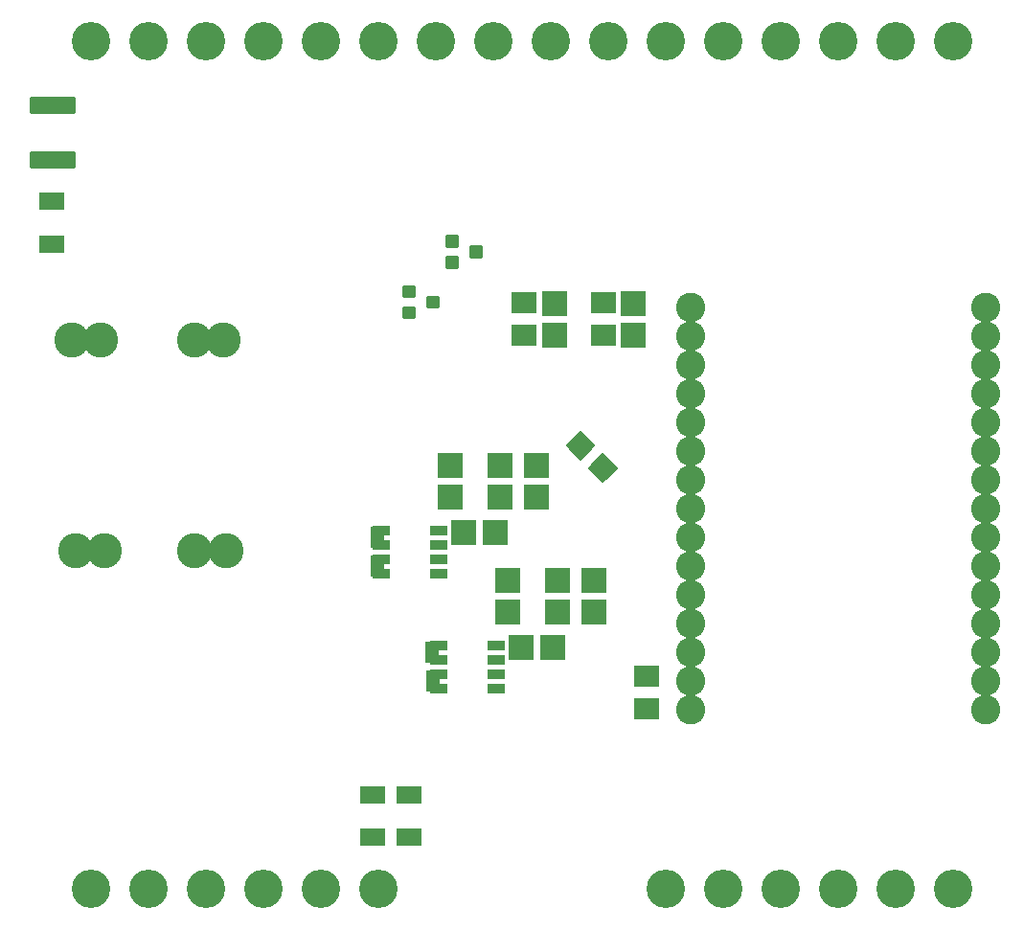
<source format=gbr>
%FSLAX34Y34*%
%MOMM*%
%LNSOLDERMASK_BOTTOM*%
G71*
G01*
%ADD10C, 3.40*%
%ADD11C, 3.10*%
%ADD12R, 1.57X0.95*%
%ADD13R, 1.30X1.90*%
%ADD14C, 0.30*%
%ADD15R, 2.30X1.60*%
%ADD16R, 2.30X1.90*%
%ADD17C, 2.60*%
%LPD*%
X166300Y-102800D02*
G54D10*
D03*
X217100Y-102800D02*
G54D10*
D03*
X267900Y-102800D02*
G54D10*
D03*
X318700Y-102800D02*
G54D10*
D03*
X369500Y-102800D02*
G54D10*
D03*
X420300Y-102800D02*
G54D10*
D03*
X282590Y-366872D02*
G54D11*
D03*
X174640Y-366872D02*
G54D11*
D03*
X257195Y-553560D02*
G54D11*
D03*
X152420Y-553560D02*
G54D11*
D03*
X257195Y-366870D02*
G54D11*
D03*
X149245Y-366870D02*
G54D11*
D03*
X285770Y-553560D02*
G54D11*
D03*
X177820Y-553560D02*
G54D11*
D03*
X471100Y-102800D02*
G54D10*
D03*
X521900Y-102800D02*
G54D10*
D03*
X572700Y-102800D02*
G54D10*
D03*
X623500Y-102800D02*
G54D10*
D03*
X674300Y-102800D02*
G54D10*
D03*
X725100Y-102800D02*
G54D10*
D03*
X775900Y-102800D02*
G54D10*
D03*
X826700Y-102800D02*
G54D10*
D03*
X877500Y-102800D02*
G54D10*
D03*
X928300Y-102800D02*
G54D10*
D03*
X166300Y-852100D02*
G54D10*
D03*
X217100Y-852100D02*
G54D10*
D03*
X267900Y-852100D02*
G54D10*
D03*
X318700Y-852100D02*
G54D10*
D03*
X369500Y-852100D02*
G54D10*
D03*
X420300Y-852100D02*
G54D10*
D03*
X674300Y-852100D02*
G54D10*
D03*
X725100Y-852100D02*
G54D10*
D03*
X775900Y-852100D02*
G54D10*
D03*
X826700Y-852100D02*
G54D10*
D03*
X877500Y-852100D02*
G54D10*
D03*
X928300Y-852100D02*
G54D10*
D03*
X523925Y-675389D02*
G54D12*
D03*
X523925Y-662689D02*
G54D12*
D03*
X523925Y-649989D02*
G54D12*
D03*
X523925Y-637289D02*
G54D12*
D03*
X473125Y-637289D02*
G54D12*
D03*
X473125Y-649989D02*
G54D12*
D03*
X473125Y-662689D02*
G54D12*
D03*
X473125Y-675389D02*
G54D12*
D03*
X468399Y-668404D02*
G54D13*
D03*
X467493Y-643004D02*
G54D13*
D03*
X473125Y-573789D02*
G54D12*
D03*
X473125Y-561089D02*
G54D12*
D03*
X473125Y-548389D02*
G54D12*
D03*
X473125Y-535689D02*
G54D12*
D03*
X422325Y-535689D02*
G54D12*
D03*
X422325Y-548389D02*
G54D12*
D03*
X422325Y-561089D02*
G54D12*
D03*
X422325Y-573789D02*
G54D12*
D03*
X418956Y-541856D02*
G54D13*
D03*
G36*
X113741Y-213887D02*
X113741Y-201887D01*
X150741Y-201887D01*
X150741Y-213887D01*
X113741Y-213887D01*
G37*
G54D14*
X113741Y-213887D02*
X113741Y-201887D01*
X150741Y-201887D01*
X150741Y-213887D01*
X113741Y-213887D01*
G36*
X113741Y-165887D02*
X113741Y-153887D01*
X150741Y-153887D01*
X150741Y-165887D01*
X113741Y-165887D01*
G37*
G54D14*
X113741Y-165887D02*
X113741Y-153887D01*
X150741Y-153887D01*
X150741Y-165887D01*
X113741Y-165887D01*
G36*
X480850Y-275750D02*
X489850Y-275750D01*
X489850Y-283750D01*
X480850Y-283750D01*
X480850Y-275750D01*
G37*
G54D14*
X480850Y-275750D02*
X489850Y-275750D01*
X489850Y-283750D01*
X480850Y-283750D01*
X480850Y-275750D01*
G36*
X480850Y-294750D02*
X489850Y-294750D01*
X489850Y-302750D01*
X480850Y-302750D01*
X480850Y-294750D01*
G37*
G54D14*
X480850Y-294750D02*
X489850Y-294750D01*
X489850Y-302750D01*
X480850Y-302750D01*
X480850Y-294750D01*
G36*
X501850Y-285250D02*
X510850Y-285250D01*
X510850Y-293250D01*
X501850Y-293250D01*
X501850Y-285250D01*
G37*
G54D14*
X501850Y-285250D02*
X510850Y-285250D01*
X510850Y-293250D01*
X501850Y-293250D01*
X501850Y-285250D01*
G36*
X442750Y-320200D02*
X451750Y-320200D01*
X451750Y-328200D01*
X442750Y-328200D01*
X442750Y-320200D01*
G37*
G54D14*
X442750Y-320200D02*
X451750Y-320200D01*
X451750Y-328200D01*
X442750Y-328200D01*
X442750Y-320200D01*
G36*
X442750Y-339200D02*
X451750Y-339200D01*
X451750Y-347200D01*
X442750Y-347200D01*
X442750Y-339200D01*
G37*
G54D14*
X442750Y-339200D02*
X451750Y-339200D01*
X451750Y-347200D01*
X442750Y-347200D01*
X442750Y-339200D01*
G36*
X463750Y-329700D02*
X472750Y-329700D01*
X472750Y-337700D01*
X463750Y-337700D01*
X463750Y-329700D01*
G37*
G54D14*
X463750Y-329700D02*
X472750Y-329700D01*
X472750Y-337700D01*
X463750Y-337700D01*
X463750Y-329700D01*
X131311Y-282179D02*
G54D15*
D03*
X131211Y-244579D02*
G54D15*
D03*
X415262Y-806604D02*
G54D15*
D03*
X415162Y-769004D02*
G54D15*
D03*
X447012Y-806604D02*
G54D15*
D03*
X446911Y-769004D02*
G54D15*
D03*
G36*
X618644Y-491561D02*
X607331Y-480247D01*
X618645Y-468934D01*
X629958Y-480248D01*
X618644Y-491561D01*
G37*
G54D14*
X618644Y-491561D02*
X607331Y-480247D01*
X618645Y-468934D01*
X629958Y-480248D01*
X618644Y-491561D01*
G36*
X598846Y-471762D02*
X587532Y-460448D01*
X598846Y-449135D01*
X610159Y-460448D01*
X598846Y-471762D01*
G37*
G54D14*
X598846Y-471762D02*
X587532Y-460448D01*
X598846Y-449135D01*
X610159Y-460448D01*
X598846Y-471762D01*
G36*
X548566Y-494834D02*
X570566Y-494834D01*
X570566Y-516834D01*
X548566Y-516834D01*
X548566Y-494834D01*
G37*
G36*
X548566Y-466834D02*
X570566Y-466834D01*
X570566Y-488834D01*
X548566Y-488834D01*
X548566Y-466834D01*
G37*
G36*
X516816Y-494834D02*
X538816Y-494834D01*
X538816Y-516834D01*
X516816Y-516834D01*
X516816Y-494834D01*
G37*
G36*
X516816Y-466834D02*
X538816Y-466834D01*
X538816Y-488834D01*
X516816Y-488834D01*
X516816Y-466834D01*
G37*
G36*
X472366Y-494834D02*
X494366Y-494834D01*
X494366Y-516834D01*
X472366Y-516834D01*
X472366Y-494834D01*
G37*
G36*
X472366Y-466834D02*
X494366Y-466834D01*
X494366Y-488834D01*
X472366Y-488834D01*
X472366Y-466834D01*
G37*
G36*
X484478Y-526652D02*
X506478Y-526652D01*
X506478Y-548652D01*
X484478Y-548652D01*
X484478Y-526652D01*
G37*
G36*
X512478Y-526652D02*
X534478Y-526652D01*
X534478Y-548652D01*
X512478Y-548652D01*
X512478Y-526652D01*
G37*
G36*
X599366Y-596434D02*
X621366Y-596434D01*
X621366Y-618434D01*
X599366Y-618434D01*
X599366Y-596434D01*
G37*
G36*
X599366Y-568434D02*
X621366Y-568434D01*
X621366Y-590434D01*
X599366Y-590434D01*
X599366Y-568434D01*
G37*
G36*
X567616Y-596434D02*
X589616Y-596434D01*
X589616Y-618434D01*
X567616Y-618434D01*
X567616Y-596434D01*
G37*
G36*
X567616Y-568434D02*
X589616Y-568434D01*
X589616Y-590434D01*
X567616Y-590434D01*
X567616Y-568434D01*
G37*
G36*
X523166Y-596434D02*
X545166Y-596434D01*
X545166Y-618434D01*
X523166Y-618434D01*
X523166Y-596434D01*
G37*
G36*
X523166Y-568434D02*
X545166Y-568434D01*
X545166Y-590434D01*
X523166Y-590434D01*
X523166Y-568434D01*
G37*
G36*
X535278Y-628253D02*
X557278Y-628253D01*
X557278Y-650253D01*
X535278Y-650253D01*
X535278Y-628253D01*
G37*
G36*
X563278Y-628252D02*
X585278Y-628252D01*
X585278Y-650252D01*
X563278Y-650252D01*
X563278Y-628252D01*
G37*
X656866Y-692696D02*
G54D16*
D03*
X656866Y-664696D02*
G54D16*
D03*
X618766Y-362496D02*
G54D16*
D03*
X618766Y-334496D02*
G54D16*
D03*
G36*
X634668Y-351655D02*
X656668Y-351655D01*
X656668Y-373655D01*
X634668Y-373655D01*
X634668Y-351655D01*
G37*
G36*
X634668Y-323655D02*
X656668Y-323655D01*
X656668Y-345655D01*
X634668Y-345655D01*
X634668Y-323655D01*
G37*
X548916Y-362496D02*
G54D16*
D03*
X548916Y-334496D02*
G54D16*
D03*
G36*
X564818Y-351655D02*
X586818Y-351655D01*
X586818Y-373655D01*
X564818Y-373655D01*
X564818Y-351655D01*
G37*
G36*
X564818Y-323655D02*
X586818Y-323655D01*
X586818Y-345655D01*
X564818Y-345655D01*
X564818Y-323655D01*
G37*
X418956Y-567256D02*
G54D13*
D03*
X696163Y-338744D02*
G54D17*
D03*
X696163Y-364144D02*
G54D17*
D03*
X696163Y-389544D02*
G54D17*
D03*
X696163Y-414944D02*
G54D17*
D03*
X696163Y-440344D02*
G54D17*
D03*
X696163Y-465744D02*
G54D17*
D03*
X696163Y-491144D02*
G54D17*
D03*
X696163Y-516544D02*
G54D17*
D03*
X696163Y-541944D02*
G54D17*
D03*
X696163Y-567344D02*
G54D17*
D03*
X696163Y-592744D02*
G54D17*
D03*
X696163Y-618144D02*
G54D17*
D03*
X696163Y-643544D02*
G54D17*
D03*
X696163Y-668944D02*
G54D17*
D03*
X696163Y-694344D02*
G54D17*
D03*
X956513Y-338744D02*
G54D17*
D03*
X956513Y-364144D02*
G54D17*
D03*
X956513Y-389544D02*
G54D17*
D03*
X956513Y-414944D02*
G54D17*
D03*
X956513Y-440344D02*
G54D17*
D03*
X956513Y-465744D02*
G54D17*
D03*
X956513Y-491144D02*
G54D17*
D03*
X956513Y-516544D02*
G54D17*
D03*
X956513Y-541944D02*
G54D17*
D03*
X956513Y-567344D02*
G54D17*
D03*
X956513Y-592744D02*
G54D17*
D03*
X956513Y-618144D02*
G54D17*
D03*
X956513Y-643544D02*
G54D17*
D03*
X956513Y-668944D02*
G54D17*
D03*
X956513Y-694344D02*
G54D17*
D03*
M02*

</source>
